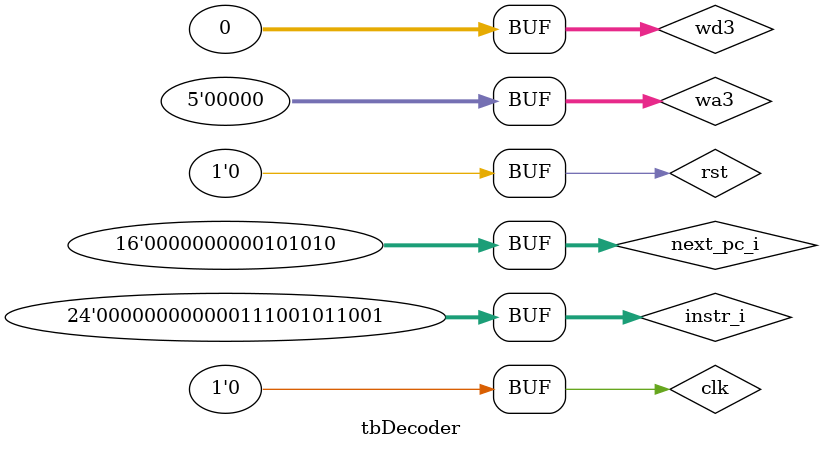
<source format=sv>
module tbDecoder#(
    parameter I = 24, 
    parameter P = 16,
    parameter D = 32,
    parameter R = 5,
    parameter F = 3
) ();

	logic         clk, rst;
    logic         we3;
    logic [P-1:0] next_pc_i;
    logic [I-1:0] instr_i;
    logic [R-1:0] wa3;
    logic [D-1:0] wd3;
    logic         op_o;
    logic [F-1:0] funct3_o;
    logic [R-1:0] rd_o;
    logic [D-1:0] rs_o, rt_o;
    logic [P-1:0] next_pc_o;
            
    initial begin
        #0 
        rst <= 1;
        
        #50
        rst <= 0;

        #50;
        next_pc_i <= 42;
        instr_i <= 3673; // 00111001011001 > 3673
        wa3 <= 0;
        wd3 <= 0;
    end
    always begin
        #5 clk <= 1;
        #5 clk <= 0;
    end

     code2Pipe dut(clk, rst, we3, next_pc_i, instr_i, wa3, wd3, 
                op_o, funct3_o, rd_o, rs_o, rt_o, next_pc_o);
endmodule
</source>
